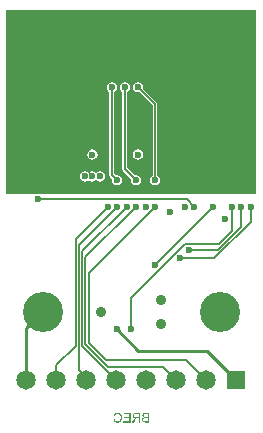
<source format=gbl>
G04*
G04 #@! TF.GenerationSoftware,Altium Limited,Altium Designer,21.6.4 (81)*
G04*
G04 Layer_Physical_Order=4*
G04 Layer_Color=16711680*
%FSLAX44Y44*%
%MOMM*%
G71*
G04*
G04 #@! TF.SameCoordinates,FA297D3A-E3D9-4574-8739-6FC88F1804E8*
G04*
G04*
G04 #@! TF.FilePolarity,Positive*
G04*
G01*
G75*
%ADD10C,0.2540*%
%ADD37C,0.1520*%
%ADD38C,0.1524*%
%ADD39C,0.9000*%
%ADD40C,3.4000*%
%ADD41C,1.6500*%
%ADD42R,1.6500X1.6500*%
%ADD43C,0.6000*%
G36*
X215922Y200000D02*
X4078D01*
X4078Y355000D01*
X59000D01*
X161000Y355000D01*
Y355000D01*
X215922D01*
X215922Y200000D01*
D02*
G37*
G36*
X98435Y14390D02*
X98629Y14373D01*
X98817Y14349D01*
X98999Y14320D01*
X99169Y14285D01*
X99333Y14238D01*
X99486Y14197D01*
X99626Y14150D01*
X99750Y14103D01*
X99867Y14062D01*
X99967Y14021D01*
X100049Y13980D01*
X100119Y13950D01*
X100166Y13927D01*
X100196Y13909D01*
X100207Y13903D01*
X100372Y13804D01*
X100524Y13698D01*
X100665Y13586D01*
X100800Y13469D01*
X100923Y13352D01*
X101035Y13234D01*
X101140Y13111D01*
X101228Y13000D01*
X101310Y12894D01*
X101387Y12789D01*
X101445Y12701D01*
X101498Y12624D01*
X101533Y12554D01*
X101563Y12507D01*
X101580Y12478D01*
X101586Y12466D01*
X101668Y12284D01*
X101745Y12102D01*
X101809Y11914D01*
X101862Y11727D01*
X101909Y11539D01*
X101950Y11351D01*
X101979Y11175D01*
X102009Y11011D01*
X102026Y10852D01*
X102044Y10706D01*
X102050Y10577D01*
X102061Y10465D01*
Y10377D01*
X102067Y10342D01*
Y10312D01*
Y10289D01*
Y10272D01*
Y10260D01*
Y10254D01*
X102061Y10037D01*
X102050Y9826D01*
X102026Y9620D01*
X102003Y9427D01*
X101967Y9233D01*
X101932Y9057D01*
X101891Y8887D01*
X101850Y8728D01*
X101815Y8587D01*
X101774Y8458D01*
X101739Y8347D01*
X101704Y8253D01*
X101680Y8177D01*
X101657Y8124D01*
X101645Y8089D01*
X101639Y8083D01*
Y8077D01*
X101557Y7895D01*
X101463Y7719D01*
X101363Y7561D01*
X101264Y7408D01*
X101158Y7273D01*
X101052Y7144D01*
X100953Y7033D01*
X100853Y6927D01*
X100759Y6833D01*
X100671Y6757D01*
X100595Y6686D01*
X100524Y6634D01*
X100465Y6593D01*
X100424Y6557D01*
X100401Y6540D01*
X100389Y6534D01*
X100231Y6440D01*
X100061Y6358D01*
X99885Y6288D01*
X99709Y6223D01*
X99533Y6176D01*
X99351Y6129D01*
X99180Y6094D01*
X99010Y6065D01*
X98858Y6047D01*
X98711Y6029D01*
X98582Y6018D01*
X98471Y6006D01*
X98383D01*
X98342Y6000D01*
X98253D01*
X98019Y6006D01*
X97796Y6029D01*
X97585Y6065D01*
X97379Y6106D01*
X97191Y6158D01*
X97015Y6217D01*
X96851Y6282D01*
X96705Y6346D01*
X96569Y6411D01*
X96452Y6475D01*
X96347Y6534D01*
X96264Y6587D01*
X96194Y6628D01*
X96147Y6663D01*
X96118Y6686D01*
X96106Y6692D01*
X95948Y6833D01*
X95801Y6980D01*
X95666Y7138D01*
X95543Y7303D01*
X95431Y7473D01*
X95331Y7637D01*
X95244Y7801D01*
X95167Y7966D01*
X95097Y8118D01*
X95038Y8259D01*
X94991Y8382D01*
X94950Y8494D01*
X94921Y8582D01*
X94909Y8623D01*
X94903Y8652D01*
X94897Y8676D01*
X94892Y8693D01*
X94886Y8705D01*
Y8711D01*
X95959Y8981D01*
X96006Y8793D01*
X96059Y8623D01*
X96118Y8458D01*
X96188Y8312D01*
X96253Y8171D01*
X96329Y8042D01*
X96399Y7930D01*
X96470Y7825D01*
X96534Y7737D01*
X96599Y7655D01*
X96657Y7590D01*
X96710Y7537D01*
X96751Y7490D01*
X96781Y7461D01*
X96804Y7443D01*
X96810Y7437D01*
X96933Y7350D01*
X97057Y7267D01*
X97186Y7197D01*
X97315Y7138D01*
X97444Y7091D01*
X97573Y7050D01*
X97696Y7015D01*
X97813Y6986D01*
X97919Y6962D01*
X98025Y6951D01*
X98113Y6939D01*
X98189Y6927D01*
X98253D01*
X98300Y6921D01*
X98342D01*
X98476Y6927D01*
X98611Y6939D01*
X98741Y6956D01*
X98870Y6980D01*
X98987Y7009D01*
X99104Y7044D01*
X99210Y7074D01*
X99310Y7115D01*
X99398Y7150D01*
X99480Y7179D01*
X99550Y7214D01*
X99609Y7244D01*
X99656Y7267D01*
X99691Y7285D01*
X99714Y7297D01*
X99720Y7303D01*
X99838Y7379D01*
X99943Y7461D01*
X100043Y7549D01*
X100137Y7643D01*
X100219Y7737D01*
X100295Y7836D01*
X100366Y7930D01*
X100430Y8018D01*
X100483Y8106D01*
X100530Y8188D01*
X100571Y8265D01*
X100600Y8329D01*
X100630Y8382D01*
X100647Y8417D01*
X100653Y8447D01*
X100659Y8453D01*
X100712Y8599D01*
X100759Y8752D01*
X100800Y8904D01*
X100829Y9063D01*
X100888Y9362D01*
X100906Y9509D01*
X100923Y9650D01*
X100935Y9773D01*
X100941Y9890D01*
X100947Y9996D01*
X100953Y10084D01*
X100958Y10160D01*
Y10213D01*
Y10248D01*
Y10260D01*
X100953Y10412D01*
X100947Y10559D01*
X100917Y10841D01*
X100900Y10976D01*
X100876Y11105D01*
X100853Y11228D01*
X100829Y11339D01*
X100806Y11445D01*
X100788Y11539D01*
X100765Y11621D01*
X100747Y11691D01*
X100730Y11744D01*
X100718Y11785D01*
X100706Y11815D01*
Y11820D01*
X100653Y11961D01*
X100595Y12090D01*
X100530Y12214D01*
X100460Y12325D01*
X100389Y12436D01*
X100319Y12536D01*
X100243Y12624D01*
X100172Y12706D01*
X100102Y12777D01*
X100037Y12841D01*
X99979Y12894D01*
X99926Y12941D01*
X99885Y12976D01*
X99855Y13006D01*
X99832Y13017D01*
X99826Y13023D01*
X99703Y13105D01*
X99574Y13170D01*
X99445Y13234D01*
X99316Y13287D01*
X99180Y13328D01*
X99051Y13364D01*
X98928Y13393D01*
X98805Y13416D01*
X98694Y13440D01*
X98588Y13452D01*
X98494Y13463D01*
X98412Y13469D01*
X98347Y13475D01*
X98259D01*
X98107Y13469D01*
X97966Y13457D01*
X97831Y13440D01*
X97702Y13411D01*
X97585Y13381D01*
X97473Y13346D01*
X97373Y13311D01*
X97280Y13276D01*
X97197Y13234D01*
X97121Y13199D01*
X97057Y13164D01*
X97004Y13135D01*
X96963Y13105D01*
X96933Y13088D01*
X96916Y13076D01*
X96910Y13070D01*
X96810Y12988D01*
X96716Y12900D01*
X96634Y12800D01*
X96552Y12701D01*
X96476Y12589D01*
X96411Y12484D01*
X96347Y12378D01*
X96294Y12272D01*
X96247Y12172D01*
X96200Y12079D01*
X96165Y11997D01*
X96135Y11926D01*
X96112Y11861D01*
X96094Y11820D01*
X96088Y11791D01*
X96082Y11779D01*
X95026Y12026D01*
X95091Y12231D01*
X95173Y12425D01*
X95255Y12607D01*
X95349Y12777D01*
X95443Y12929D01*
X95537Y13076D01*
X95637Y13205D01*
X95730Y13322D01*
X95824Y13428D01*
X95906Y13516D01*
X95983Y13598D01*
X96053Y13657D01*
X96106Y13710D01*
X96153Y13745D01*
X96176Y13768D01*
X96188Y13774D01*
X96347Y13886D01*
X96511Y13980D01*
X96687Y14062D01*
X96857Y14132D01*
X97027Y14197D01*
X97197Y14244D01*
X97362Y14285D01*
X97520Y14320D01*
X97673Y14343D01*
X97808Y14361D01*
X97925Y14379D01*
X98031Y14384D01*
X98118Y14390D01*
X98154Y14396D01*
X98236D01*
X98435Y14390D01*
D02*
G37*
G36*
X125114Y6135D02*
X121882D01*
X121741Y6141D01*
X121612Y6147D01*
X121488Y6158D01*
X121377Y6164D01*
X121265Y6176D01*
X121166Y6188D01*
X121078Y6205D01*
X120996Y6217D01*
X120925Y6229D01*
X120861Y6241D01*
X120808Y6246D01*
X120767Y6258D01*
X120737Y6264D01*
X120720Y6270D01*
X120714D01*
X120520Y6329D01*
X120350Y6387D01*
X120197Y6458D01*
X120133Y6487D01*
X120069Y6522D01*
X120016Y6551D01*
X119969Y6581D01*
X119928Y6604D01*
X119892Y6628D01*
X119863Y6645D01*
X119846Y6657D01*
X119834Y6669D01*
X119828D01*
X119699Y6775D01*
X119587Y6898D01*
X119488Y7021D01*
X119400Y7144D01*
X119329Y7250D01*
X119300Y7297D01*
X119276Y7338D01*
X119259Y7373D01*
X119247Y7396D01*
X119235Y7414D01*
Y7420D01*
X119153Y7608D01*
X119094Y7795D01*
X119047Y7977D01*
X119018Y8142D01*
X119007Y8212D01*
X119001Y8282D01*
X118995Y8341D01*
Y8388D01*
X118989Y8429D01*
Y8464D01*
Y8482D01*
Y8488D01*
X118995Y8617D01*
X119007Y8740D01*
X119024Y8863D01*
X119053Y8975D01*
X119083Y9086D01*
X119112Y9186D01*
X119153Y9280D01*
X119188Y9368D01*
X119224Y9444D01*
X119259Y9515D01*
X119294Y9573D01*
X119323Y9620D01*
X119353Y9661D01*
X119370Y9691D01*
X119382Y9708D01*
X119388Y9714D01*
X119464Y9808D01*
X119546Y9896D01*
X119640Y9978D01*
X119728Y10049D01*
X119822Y10119D01*
X119916Y10178D01*
X120010Y10230D01*
X120104Y10277D01*
X120186Y10324D01*
X120268Y10359D01*
X120338Y10389D01*
X120397Y10412D01*
X120450Y10430D01*
X120485Y10442D01*
X120514Y10453D01*
X120520D01*
X120415Y10506D01*
X120321Y10565D01*
X120233Y10624D01*
X120145Y10688D01*
X120069Y10753D01*
X119998Y10811D01*
X119939Y10870D01*
X119881Y10929D01*
X119834Y10981D01*
X119787Y11034D01*
X119752Y11075D01*
X119722Y11116D01*
X119699Y11152D01*
X119681Y11175D01*
X119675Y11187D01*
X119670Y11193D01*
X119617Y11281D01*
X119576Y11369D01*
X119535Y11451D01*
X119505Y11539D01*
X119452Y11703D01*
X119417Y11856D01*
X119405Y11920D01*
X119400Y11985D01*
X119388Y12038D01*
Y12084D01*
X119382Y12120D01*
Y12149D01*
Y12167D01*
Y12172D01*
X119388Y12278D01*
X119394Y12378D01*
X119435Y12577D01*
X119482Y12759D01*
X119511Y12841D01*
X119540Y12924D01*
X119576Y12994D01*
X119605Y13053D01*
X119628Y13111D01*
X119652Y13158D01*
X119675Y13193D01*
X119693Y13223D01*
X119699Y13240D01*
X119705Y13246D01*
X119769Y13340D01*
X119834Y13428D01*
X119904Y13504D01*
X119975Y13581D01*
X120051Y13651D01*
X120121Y13710D01*
X120192Y13768D01*
X120262Y13815D01*
X120327Y13862D01*
X120391Y13898D01*
X120444Y13933D01*
X120491Y13956D01*
X120532Y13980D01*
X120561Y13991D01*
X120579Y14003D01*
X120585D01*
X120690Y14050D01*
X120808Y14085D01*
X121054Y14150D01*
X121301Y14197D01*
X121424Y14209D01*
X121541Y14226D01*
X121647Y14232D01*
X121752Y14244D01*
X121840Y14250D01*
X121923D01*
X121987Y14255D01*
X125114D01*
Y6135D01*
D02*
G37*
G36*
X117493D02*
X116419D01*
Y9743D01*
X115028D01*
X114905Y9737D01*
X114799Y9732D01*
X114717Y9726D01*
X114659Y9714D01*
X114612Y9708D01*
X114582Y9702D01*
X114577D01*
X114483Y9673D01*
X114395Y9644D01*
X114312Y9603D01*
X114242Y9567D01*
X114178Y9538D01*
X114131Y9509D01*
X114101Y9491D01*
X114090Y9485D01*
X113996Y9421D01*
X113902Y9338D01*
X113814Y9245D01*
X113726Y9157D01*
X113655Y9075D01*
X113597Y9004D01*
X113573Y8975D01*
X113556Y8957D01*
X113550Y8945D01*
X113544Y8940D01*
X113485Y8863D01*
X113421Y8781D01*
X113292Y8605D01*
X113162Y8417D01*
X113039Y8235D01*
X112986Y8153D01*
X112934Y8077D01*
X112887Y8007D01*
X112846Y7942D01*
X112816Y7895D01*
X112793Y7854D01*
X112775Y7831D01*
X112769Y7825D01*
X111696Y6135D01*
X110352D01*
X111754Y8341D01*
X111913Y8576D01*
X111995Y8681D01*
X112071Y8787D01*
X112148Y8881D01*
X112224Y8969D01*
X112294Y9051D01*
X112359Y9127D01*
X112417Y9198D01*
X112476Y9256D01*
X112523Y9303D01*
X112564Y9350D01*
X112599Y9380D01*
X112623Y9409D01*
X112640Y9421D01*
X112646Y9427D01*
X112740Y9503D01*
X112840Y9573D01*
X112945Y9644D01*
X113051Y9702D01*
X113145Y9755D01*
X113186Y9779D01*
X113221Y9796D01*
X113251Y9814D01*
X113274Y9820D01*
X113286Y9831D01*
X113292D01*
X113080Y9867D01*
X112881Y9908D01*
X112699Y9961D01*
X112529Y10013D01*
X112376Y10078D01*
X112230Y10136D01*
X112106Y10201D01*
X111989Y10266D01*
X111889Y10330D01*
X111807Y10389D01*
X111731Y10442D01*
X111672Y10489D01*
X111625Y10530D01*
X111590Y10559D01*
X111573Y10577D01*
X111567Y10582D01*
X111467Y10694D01*
X111379Y10817D01*
X111303Y10934D01*
X111238Y11058D01*
X111185Y11181D01*
X111138Y11304D01*
X111103Y11422D01*
X111074Y11533D01*
X111050Y11639D01*
X111033Y11732D01*
X111021Y11820D01*
X111009Y11891D01*
Y11955D01*
X111003Y12002D01*
Y12026D01*
Y12038D01*
X111009Y12161D01*
X111015Y12284D01*
X111033Y12401D01*
X111056Y12513D01*
X111080Y12618D01*
X111109Y12718D01*
X111144Y12812D01*
X111173Y12900D01*
X111203Y12976D01*
X111238Y13047D01*
X111267Y13111D01*
X111291Y13164D01*
X111314Y13205D01*
X111326Y13234D01*
X111338Y13252D01*
X111344Y13258D01*
X111408Y13358D01*
X111479Y13452D01*
X111555Y13534D01*
X111625Y13616D01*
X111702Y13686D01*
X111778Y13751D01*
X111854Y13804D01*
X111924Y13856D01*
X111989Y13898D01*
X112054Y13933D01*
X112106Y13968D01*
X112153Y13991D01*
X112194Y14009D01*
X112224Y14021D01*
X112241Y14032D01*
X112247D01*
X112359Y14073D01*
X112482Y14109D01*
X112611Y14138D01*
X112740Y14161D01*
X113016Y14203D01*
X113151Y14214D01*
X113280Y14226D01*
X113409Y14238D01*
X113520Y14244D01*
X113626Y14250D01*
X113720D01*
X113790Y14255D01*
X117493D01*
Y6135D01*
D02*
G37*
G36*
X109296D02*
X103241D01*
Y7091D01*
X108222D01*
Y9855D01*
X103734D01*
Y10811D01*
X108222D01*
Y13299D01*
X103428D01*
Y14255D01*
X109296D01*
Y6135D01*
D02*
G37*
%LPC*%
G36*
X115500Y237354D02*
X113834Y237022D01*
X112422Y236078D01*
X111478Y234666D01*
X111146Y233000D01*
X111478Y231334D01*
X112422Y229921D01*
X113834Y228978D01*
X115500Y228646D01*
X117166Y228978D01*
X118579Y229921D01*
X119522Y231334D01*
X119854Y233000D01*
X119522Y234666D01*
X118579Y236078D01*
X117166Y237022D01*
X115500Y237354D01*
D02*
G37*
G36*
X77000D02*
X75334Y237022D01*
X73921Y236078D01*
X72978Y234666D01*
X72646Y233000D01*
X72978Y231334D01*
X73921Y229921D01*
X75334Y228978D01*
X77000Y228646D01*
X78666Y228978D01*
X80078Y229921D01*
X81022Y231334D01*
X81354Y233000D01*
X81022Y234666D01*
X80078Y236078D01*
X78666Y237022D01*
X77000Y237354D01*
D02*
G37*
G36*
X83500Y218854D02*
X81834Y218522D01*
X80422Y217579D01*
X80078D01*
X78666Y218522D01*
X77000Y218854D01*
X75334Y218522D01*
X74740Y218126D01*
X73750Y217659D01*
X72760Y218126D01*
X72166Y218522D01*
X70500Y218854D01*
X68834Y218522D01*
X67421Y217579D01*
X66478Y216166D01*
X66146Y214500D01*
X66478Y212834D01*
X67421Y211422D01*
X68834Y210478D01*
X70500Y210146D01*
X72166Y210478D01*
X72760Y210874D01*
X73750Y211341D01*
X74740Y210874D01*
X75334Y210478D01*
X77000Y210146D01*
X78666Y210478D01*
X80078Y211422D01*
X80422D01*
X81834Y210478D01*
X83500Y210146D01*
X85166Y210478D01*
X86579Y211422D01*
X87522Y212834D01*
X87854Y214500D01*
X87522Y216166D01*
X86579Y217579D01*
X85166Y218522D01*
X83500Y218854D01*
D02*
G37*
G36*
X115500Y294354D02*
X113834Y294022D01*
X112422Y293078D01*
X111478Y291666D01*
X111146Y290000D01*
X111478Y288334D01*
X112422Y286922D01*
X113834Y285978D01*
X115500Y285646D01*
X116690Y285883D01*
X127930Y274643D01*
Y215002D01*
X126922Y214328D01*
X125978Y212916D01*
X125646Y211250D01*
X125978Y209584D01*
X126922Y208172D01*
X128334Y207228D01*
X130000Y206896D01*
X131666Y207228D01*
X133078Y208172D01*
X134022Y209584D01*
X134354Y211250D01*
X134022Y212916D01*
X133078Y214328D01*
X132070Y215002D01*
Y275500D01*
X131912Y276292D01*
X131463Y276964D01*
X119617Y288810D01*
X119854Y290000D01*
X119522Y291666D01*
X118579Y293078D01*
X117166Y294022D01*
X115500Y294354D01*
D02*
G37*
G36*
X104500D02*
X102834Y294022D01*
X101421Y293078D01*
X100478Y291666D01*
X100146Y290000D01*
X100478Y288334D01*
X101421Y286922D01*
X102430Y286248D01*
Y220750D01*
X102588Y219958D01*
X103036Y219286D01*
X109883Y212440D01*
X109646Y211250D01*
X109978Y209584D01*
X110921Y208172D01*
X112334Y207228D01*
X114000Y206896D01*
X115666Y207228D01*
X117079Y208172D01*
X118022Y209584D01*
X118354Y211250D01*
X118022Y212916D01*
X117079Y214328D01*
X115666Y215272D01*
X114000Y215604D01*
X112810Y215367D01*
X106570Y221607D01*
Y286248D01*
X107578Y286922D01*
X108522Y288334D01*
X108854Y290000D01*
X108522Y291666D01*
X107578Y293078D01*
X106166Y294022D01*
X104500Y294354D01*
D02*
G37*
G36*
X93500D02*
X91834Y294022D01*
X90421Y293078D01*
X89478Y291666D01*
X89146Y290000D01*
X89478Y288334D01*
X90421Y286922D01*
X91430Y286248D01*
Y215750D01*
X91588Y214958D01*
X92036Y214286D01*
X93883Y212440D01*
X93646Y211250D01*
X93978Y209584D01*
X94922Y208172D01*
X96334Y207228D01*
X98000Y206896D01*
X99666Y207228D01*
X101079Y208172D01*
X102022Y209584D01*
X102354Y211250D01*
X102022Y212916D01*
X101079Y214328D01*
X99666Y215272D01*
X98000Y215604D01*
X96810Y215367D01*
X95570Y216607D01*
Y286248D01*
X96579Y286922D01*
X97522Y288334D01*
X97854Y290000D01*
X97522Y291666D01*
X96579Y293078D01*
X95166Y294022D01*
X93500Y294354D01*
D02*
G37*
G36*
X124041Y13299D02*
X122263D01*
X122116Y13293D01*
X121981Y13287D01*
X121858Y13281D01*
X121747Y13270D01*
X121647Y13264D01*
X121559Y13252D01*
X121477Y13240D01*
X121406Y13229D01*
X121348Y13217D01*
X121301Y13211D01*
X121259Y13199D01*
X121230Y13193D01*
X121207Y13188D01*
X121195Y13182D01*
X121189D01*
X121060Y13129D01*
X120954Y13070D01*
X120855Y13000D01*
X120778Y12929D01*
X120720Y12865D01*
X120673Y12812D01*
X120649Y12771D01*
X120638Y12765D01*
Y12759D01*
X120573Y12642D01*
X120520Y12519D01*
X120485Y12401D01*
X120462Y12290D01*
X120450Y12196D01*
X120444Y12155D01*
X120438Y12120D01*
Y12090D01*
Y12067D01*
Y12055D01*
Y12049D01*
X120450Y11897D01*
X120473Y11756D01*
X120503Y11633D01*
X120544Y11533D01*
X120585Y11445D01*
X120602Y11416D01*
X120614Y11386D01*
X120632Y11363D01*
X120638Y11345D01*
X120649Y11339D01*
Y11334D01*
X120737Y11234D01*
X120831Y11152D01*
X120937Y11081D01*
X121037Y11028D01*
X121125Y10987D01*
X121166Y10970D01*
X121195Y10958D01*
X121224Y10946D01*
X121248Y10940D01*
X121259Y10934D01*
X121265D01*
X121330Y10917D01*
X121400Y10905D01*
X121477Y10893D01*
X121559Y10882D01*
X121729Y10864D01*
X121893Y10852D01*
X121975Y10847D01*
X122116D01*
X122175Y10841D01*
X124041D01*
Y13299D01*
D02*
G37*
G36*
Y9884D02*
X122028D01*
X121893Y9878D01*
X121770Y9872D01*
X121658Y9861D01*
X121553Y9849D01*
X121453Y9837D01*
X121365Y9826D01*
X121283Y9814D01*
X121213Y9802D01*
X121154Y9790D01*
X121101Y9779D01*
X121060Y9767D01*
X121025Y9755D01*
X121001Y9749D01*
X120990Y9743D01*
X120984D01*
X120837Y9685D01*
X120708Y9614D01*
X120597Y9538D01*
X120503Y9456D01*
X120426Y9385D01*
X120374Y9327D01*
X120356Y9303D01*
X120344Y9292D01*
X120332Y9280D01*
Y9274D01*
X120256Y9145D01*
X120197Y9010D01*
X120156Y8881D01*
X120127Y8758D01*
X120110Y8646D01*
X120104Y8605D01*
Y8564D01*
X120098Y8535D01*
Y8505D01*
Y8494D01*
Y8488D01*
X120104Y8347D01*
X120121Y8212D01*
X120151Y8095D01*
X120180Y7995D01*
X120209Y7913D01*
X120239Y7848D01*
X120245Y7825D01*
X120256Y7807D01*
X120262Y7801D01*
Y7795D01*
X120327Y7690D01*
X120391Y7602D01*
X120462Y7526D01*
X120526Y7461D01*
X120585Y7408D01*
X120632Y7373D01*
X120661Y7350D01*
X120667Y7344D01*
X120673D01*
X120773Y7291D01*
X120872Y7244D01*
X120978Y7209D01*
X121072Y7179D01*
X121160Y7156D01*
X121224Y7138D01*
X121254Y7132D01*
X121271D01*
X121283Y7127D01*
X121289D01*
X121330Y7121D01*
X121383Y7115D01*
X121494Y7109D01*
X121612Y7097D01*
X121735D01*
X121846Y7091D01*
X124041D01*
Y9884D01*
D02*
G37*
G36*
X116419Y13358D02*
X113855D01*
X113691Y13352D01*
X113538Y13340D01*
X113397Y13322D01*
X113268Y13299D01*
X113151Y13270D01*
X113039Y13240D01*
X112940Y13205D01*
X112857Y13170D01*
X112781Y13135D01*
X112717Y13099D01*
X112658Y13070D01*
X112611Y13041D01*
X112582Y13017D01*
X112552Y13000D01*
X112541Y12988D01*
X112535Y12982D01*
X112458Y12912D01*
X112394Y12836D01*
X112341Y12759D01*
X112288Y12677D01*
X112247Y12601D01*
X112218Y12519D01*
X112189Y12442D01*
X112165Y12372D01*
X112148Y12302D01*
X112136Y12237D01*
X112124Y12184D01*
X112118Y12131D01*
X112112Y12090D01*
Y12061D01*
Y12043D01*
Y12038D01*
X112124Y11891D01*
X112148Y11756D01*
X112183Y11633D01*
X112218Y11527D01*
X112259Y11439D01*
X112277Y11398D01*
X112294Y11369D01*
X112312Y11345D01*
X112318Y11328D01*
X112329Y11316D01*
Y11310D01*
X112417Y11193D01*
X112517Y11093D01*
X112623Y11011D01*
X112728Y10940D01*
X112822Y10888D01*
X112857Y10870D01*
X112893Y10852D01*
X112922Y10841D01*
X112945Y10829D01*
X112957Y10823D01*
X112963D01*
X113045Y10799D01*
X113127Y10776D01*
X113315Y10741D01*
X113509Y10711D01*
X113691Y10694D01*
X113779Y10688D01*
X113855Y10682D01*
X113931D01*
X113990Y10676D01*
X116419D01*
Y13358D01*
D02*
G37*
%LPD*%
D10*
X115750Y66750D02*
X174350D01*
X97500Y85000D02*
X115750Y66750D01*
X21100Y86100D02*
X35000Y100000D01*
X21100Y42200D02*
Y86100D01*
X174350Y66750D02*
X198900Y42200D01*
D37*
X129750Y139500D02*
Y139750D01*
X178750Y188750D01*
X30750Y195000D02*
X156750D01*
X194942Y167942D02*
Y188643D01*
X184500Y157500D02*
X194942Y167942D01*
X155537Y157500D02*
X184500D01*
X73992Y132742D02*
X130000Y188750D01*
X73992Y73508D02*
Y132742D01*
X110000Y111963D02*
X155537Y157500D01*
X151131Y145369D02*
X180369D01*
X150825Y145675D02*
X151131Y145369D01*
X150825Y145675D02*
X150825D01*
X159000Y152000D02*
X182946D01*
X68336Y151086D02*
X106000Y188750D01*
X68336Y71164D02*
Y151086D01*
X178750Y188750D02*
X179000D01*
X163000D02*
X163000D01*
X156750Y195000D02*
X163000Y188750D01*
X110000Y85000D02*
Y111963D01*
X182946Y152000D02*
X203000Y172054D01*
Y188750D01*
X180369Y145369D02*
X211000Y176000D01*
Y188750D01*
X88168Y59332D02*
X156368D01*
X73992Y73508D02*
X88168Y59332D01*
X68336Y71164D02*
X97300Y42200D01*
X115500Y290000D02*
X130000Y275500D01*
Y211250D02*
Y275500D01*
X104500Y220750D02*
Y290000D01*
Y220750D02*
X114000Y211250D01*
X93500Y215750D02*
Y290000D01*
Y215750D02*
X98000Y211250D01*
X156368Y59332D02*
X173500Y42200D01*
D38*
X65544Y50744D02*
Y156294D01*
Y50744D02*
X71900Y44388D01*
X65544Y156294D02*
X98000Y188750D01*
X62750Y71250D02*
Y161500D01*
X46500Y55000D02*
X62750Y71250D01*
X71128Y72372D02*
Y145878D01*
X114000Y188750D01*
X62750Y161500D02*
X90000Y188750D01*
X46500Y42200D02*
Y55000D01*
X71128Y72372D02*
X90250Y53250D01*
X137050D01*
X71900Y42200D02*
Y44388D01*
X137050Y53250D02*
X148100Y42200D01*
D39*
X135400Y89940D02*
D03*
Y110260D02*
D03*
X84600Y100100D02*
D03*
D40*
X185000Y100000D02*
D03*
X35000D02*
D03*
D41*
X21100Y42200D02*
D03*
X46500D02*
D03*
X148100D02*
D03*
X173500D02*
D03*
X122700D02*
D03*
X97300D02*
D03*
X71900D02*
D03*
D42*
X198900D02*
D03*
D43*
X129750Y139500D02*
D03*
X97500Y85000D02*
D03*
X30750Y195000D02*
D03*
X189250Y178750D02*
D03*
X136750Y214500D02*
D03*
X149250D02*
D03*
X155000Y216500D02*
D03*
X143000Y214500D02*
D03*
X58250Y294500D02*
D03*
X50000Y282000D02*
D03*
X35000D02*
D03*
X35000Y216500D02*
D03*
X20000D02*
D03*
X7500Y203500D02*
D03*
X20000D02*
D03*
X35000D02*
D03*
X50000D02*
D03*
X65000D02*
D03*
X99000Y240750D02*
D03*
Y222500D02*
D03*
X50000Y216500D02*
D03*
X7500Y231500D02*
D03*
Y246500D02*
D03*
Y261500D02*
D03*
Y276500D02*
D03*
Y291500D02*
D03*
Y306500D02*
D03*
Y321500D02*
D03*
Y336500D02*
D03*
Y351500D02*
D03*
Y216500D02*
D03*
X212500D02*
D03*
X82750Y280500D02*
D03*
X130250Y282500D02*
D03*
X200000Y351500D02*
D03*
Y336500D02*
D03*
Y321500D02*
D03*
Y306500D02*
D03*
Y291500D02*
D03*
Y276500D02*
D03*
Y261500D02*
D03*
Y246500D02*
D03*
Y231500D02*
D03*
X185000Y351500D02*
D03*
Y336500D02*
D03*
Y321500D02*
D03*
Y306500D02*
D03*
Y291500D02*
D03*
X170000Y351500D02*
D03*
Y336500D02*
D03*
Y321500D02*
D03*
X155000Y246500D02*
D03*
Y231500D02*
D03*
X140000Y246500D02*
D03*
Y231500D02*
D03*
X125000Y336500D02*
D03*
Y321500D02*
D03*
Y306500D02*
D03*
Y291500D02*
D03*
X110000Y351500D02*
D03*
Y336500D02*
D03*
Y321500D02*
D03*
Y306500D02*
D03*
X95000Y336500D02*
D03*
Y321500D02*
D03*
Y306500D02*
D03*
X65000Y231500D02*
D03*
X50000Y351500D02*
D03*
Y336500D02*
D03*
Y321500D02*
D03*
Y246500D02*
D03*
Y231500D02*
D03*
X35000Y351500D02*
D03*
Y336500D02*
D03*
Y321500D02*
D03*
Y246500D02*
D03*
Y231500D02*
D03*
X20000Y351500D02*
D03*
Y336500D02*
D03*
Y321500D02*
D03*
Y306500D02*
D03*
Y291500D02*
D03*
Y276500D02*
D03*
Y261500D02*
D03*
Y246500D02*
D03*
Y231500D02*
D03*
X70500Y214500D02*
D03*
X83500D02*
D03*
X77000D02*
D03*
X143000Y184000D02*
D03*
X130000Y188750D02*
D03*
X150825Y145675D02*
D03*
X159000Y152000D02*
D03*
X179000Y188750D02*
D03*
X163000D02*
D03*
X194942Y188643D02*
D03*
X155000Y188750D02*
D03*
X110000Y85000D02*
D03*
X203000Y188750D02*
D03*
X211000D02*
D03*
X122000D02*
D03*
X114000D02*
D03*
X106000D02*
D03*
X98000D02*
D03*
X90000D02*
D03*
X130000Y211250D02*
D03*
X115500Y290000D02*
D03*
X114000Y211250D02*
D03*
X104500Y290000D02*
D03*
X93500D02*
D03*
X98000Y211250D02*
D03*
X115500Y233000D02*
D03*
X161000Y264750D02*
D03*
X145750Y273250D02*
D03*
X77000Y233000D02*
D03*
X155500Y257250D02*
D03*
X63750Y257000D02*
D03*
X58750Y264500D02*
D03*
X74250Y272750D02*
D03*
X59250Y330750D02*
D03*
X56000Y308750D02*
D03*
X133250Y351500D02*
D03*
X119750D02*
D03*
X100250D02*
D03*
X86750D02*
D03*
X160750D02*
D03*
X81750Y348500D02*
D03*
X59000Y341500D02*
D03*
Y351500D02*
D03*
X212500D02*
D03*
Y336500D02*
D03*
Y321500D02*
D03*
Y306500D02*
D03*
Y291500D02*
D03*
Y276500D02*
D03*
Y261500D02*
D03*
Y246500D02*
D03*
Y231500D02*
D03*
M02*

</source>
